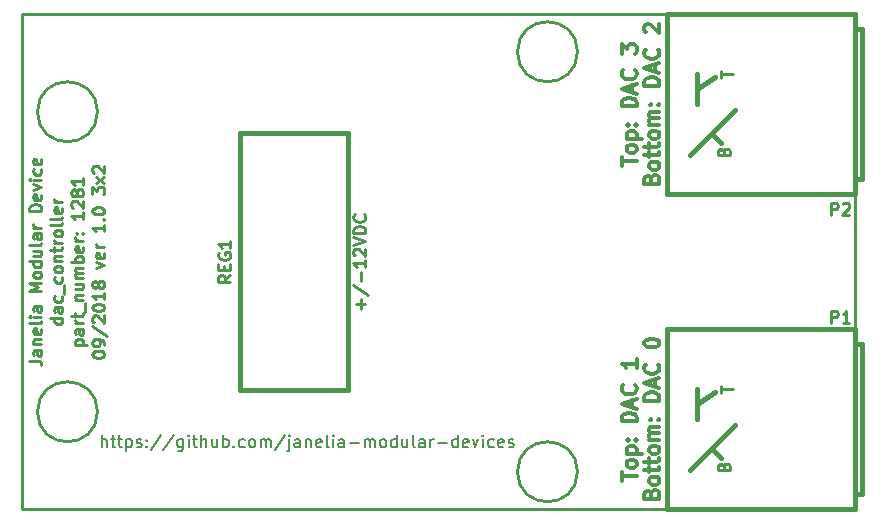
<source format=gto>
G04 #@! TF.GenerationSoftware,KiCad,Pcbnew,6.0.0-rc1-unknown-d4e4359~66~ubuntu18.04.1*
G04 #@! TF.CreationDate,2018-09-17T12:26:01-04:00*
G04 #@! TF.ProjectId,dac_controller_3x2,6461635F636F6E74726F6C6C65725F33,1.0*
G04 #@! TF.SameCoordinates,Original*
G04 #@! TF.FileFunction,Legend,Top*
G04 #@! TF.FilePolarity,Positive*
%FSLAX46Y46*%
G04 Gerber Fmt 4.6, Leading zero omitted, Abs format (unit mm)*
G04 Created by KiCad (PCBNEW 6.0.0-rc1-unknown-d4e4359~66~ubuntu18.04.1) date Mon Sep 17 12:26:01 2018*
%MOMM*%
%LPD*%
G01*
G04 APERTURE LIST*
%ADD10C,0.254000*%
%ADD11C,0.228600*%
%ADD12C,0.190500*%
%ADD13C,0.381000*%
%ADD14C,0.317500*%
%ADD15C,3.556000*%
%ADD16O,1.854200X2.540000*%
%ADD17R,1.854200X2.540000*%
%ADD18O,5.080000X3.048000*%
%ADD19O,2.032000X1.524000*%
%ADD20O,1.524000X2.032000*%
%ADD21O,2.540000X1.524000*%
%ADD22R,2.540000X1.524000*%
G04 APERTURE END LIST*
D10*
X114372571Y-92867238D02*
X114372571Y-92093142D01*
X114759619Y-92480190D02*
X113985523Y-92480190D01*
X113695238Y-90883619D02*
X115001523Y-91754476D01*
X114372571Y-90544952D02*
X114372571Y-89770857D01*
X114759619Y-88754857D02*
X114759619Y-89335428D01*
X114759619Y-89045142D02*
X113743619Y-89045142D01*
X113888761Y-89141904D01*
X113985523Y-89238666D01*
X114033904Y-89335428D01*
X113840380Y-88367809D02*
X113792000Y-88319428D01*
X113743619Y-88222666D01*
X113743619Y-87980761D01*
X113792000Y-87884000D01*
X113840380Y-87835619D01*
X113937142Y-87787238D01*
X114033904Y-87787238D01*
X114179047Y-87835619D01*
X114759619Y-88416190D01*
X114759619Y-87787238D01*
X113743619Y-87496952D02*
X114759619Y-87158285D01*
X113743619Y-86819619D01*
X114759619Y-86480952D02*
X113743619Y-86480952D01*
X113743619Y-86239047D01*
X113792000Y-86093904D01*
X113888761Y-85997142D01*
X113985523Y-85948761D01*
X114179047Y-85900380D01*
X114324190Y-85900380D01*
X114517714Y-85948761D01*
X114614476Y-85997142D01*
X114711238Y-86093904D01*
X114759619Y-86239047D01*
X114759619Y-86480952D01*
X114662857Y-84884380D02*
X114711238Y-84932761D01*
X114759619Y-85077904D01*
X114759619Y-85174666D01*
X114711238Y-85319809D01*
X114614476Y-85416571D01*
X114517714Y-85464952D01*
X114324190Y-85513333D01*
X114179047Y-85513333D01*
X113985523Y-85464952D01*
X113888761Y-85416571D01*
X113792000Y-85319809D01*
X113743619Y-85174666D01*
X113743619Y-85077904D01*
X113792000Y-84932761D01*
X113840380Y-84884380D01*
D11*
X156210000Y-67945000D02*
X85725000Y-67945000D01*
X156210000Y-109855000D02*
X156210000Y-67945000D01*
X85725000Y-109855000D02*
X156210000Y-109855000D01*
X85725000Y-67945000D02*
X85725000Y-109855000D01*
D12*
X92437857Y-104599619D02*
X92437857Y-103583619D01*
X92873285Y-104599619D02*
X92873285Y-104067428D01*
X92824904Y-103970666D01*
X92728142Y-103922285D01*
X92583000Y-103922285D01*
X92486238Y-103970666D01*
X92437857Y-104019047D01*
X93211952Y-103922285D02*
X93599000Y-103922285D01*
X93357095Y-103583619D02*
X93357095Y-104454476D01*
X93405476Y-104551238D01*
X93502238Y-104599619D01*
X93599000Y-104599619D01*
X93792523Y-103922285D02*
X94179571Y-103922285D01*
X93937666Y-103583619D02*
X93937666Y-104454476D01*
X93986047Y-104551238D01*
X94082809Y-104599619D01*
X94179571Y-104599619D01*
X94518238Y-103922285D02*
X94518238Y-104938285D01*
X94518238Y-103970666D02*
X94615000Y-103922285D01*
X94808523Y-103922285D01*
X94905285Y-103970666D01*
X94953666Y-104019047D01*
X95002047Y-104115809D01*
X95002047Y-104406095D01*
X94953666Y-104502857D01*
X94905285Y-104551238D01*
X94808523Y-104599619D01*
X94615000Y-104599619D01*
X94518238Y-104551238D01*
X95389095Y-104551238D02*
X95485857Y-104599619D01*
X95679380Y-104599619D01*
X95776142Y-104551238D01*
X95824523Y-104454476D01*
X95824523Y-104406095D01*
X95776142Y-104309333D01*
X95679380Y-104260952D01*
X95534238Y-104260952D01*
X95437476Y-104212571D01*
X95389095Y-104115809D01*
X95389095Y-104067428D01*
X95437476Y-103970666D01*
X95534238Y-103922285D01*
X95679380Y-103922285D01*
X95776142Y-103970666D01*
X96259952Y-104502857D02*
X96308333Y-104551238D01*
X96259952Y-104599619D01*
X96211571Y-104551238D01*
X96259952Y-104502857D01*
X96259952Y-104599619D01*
X96259952Y-103970666D02*
X96308333Y-104019047D01*
X96259952Y-104067428D01*
X96211571Y-104019047D01*
X96259952Y-103970666D01*
X96259952Y-104067428D01*
X97469476Y-103535238D02*
X96598619Y-104841523D01*
X98533857Y-103535238D02*
X97663000Y-104841523D01*
X99307952Y-103922285D02*
X99307952Y-104744761D01*
X99259571Y-104841523D01*
X99211190Y-104889904D01*
X99114428Y-104938285D01*
X98969285Y-104938285D01*
X98872523Y-104889904D01*
X99307952Y-104551238D02*
X99211190Y-104599619D01*
X99017666Y-104599619D01*
X98920904Y-104551238D01*
X98872523Y-104502857D01*
X98824142Y-104406095D01*
X98824142Y-104115809D01*
X98872523Y-104019047D01*
X98920904Y-103970666D01*
X99017666Y-103922285D01*
X99211190Y-103922285D01*
X99307952Y-103970666D01*
X99791761Y-104599619D02*
X99791761Y-103922285D01*
X99791761Y-103583619D02*
X99743380Y-103632000D01*
X99791761Y-103680380D01*
X99840142Y-103632000D01*
X99791761Y-103583619D01*
X99791761Y-103680380D01*
X100130428Y-103922285D02*
X100517476Y-103922285D01*
X100275571Y-103583619D02*
X100275571Y-104454476D01*
X100323952Y-104551238D01*
X100420714Y-104599619D01*
X100517476Y-104599619D01*
X100856142Y-104599619D02*
X100856142Y-103583619D01*
X101291571Y-104599619D02*
X101291571Y-104067428D01*
X101243190Y-103970666D01*
X101146428Y-103922285D01*
X101001285Y-103922285D01*
X100904523Y-103970666D01*
X100856142Y-104019047D01*
X102210809Y-103922285D02*
X102210809Y-104599619D01*
X101775380Y-103922285D02*
X101775380Y-104454476D01*
X101823761Y-104551238D01*
X101920523Y-104599619D01*
X102065666Y-104599619D01*
X102162428Y-104551238D01*
X102210809Y-104502857D01*
X102694619Y-104599619D02*
X102694619Y-103583619D01*
X102694619Y-103970666D02*
X102791380Y-103922285D01*
X102984904Y-103922285D01*
X103081666Y-103970666D01*
X103130047Y-104019047D01*
X103178428Y-104115809D01*
X103178428Y-104406095D01*
X103130047Y-104502857D01*
X103081666Y-104551238D01*
X102984904Y-104599619D01*
X102791380Y-104599619D01*
X102694619Y-104551238D01*
X103613857Y-104502857D02*
X103662238Y-104551238D01*
X103613857Y-104599619D01*
X103565476Y-104551238D01*
X103613857Y-104502857D01*
X103613857Y-104599619D01*
X104533095Y-104551238D02*
X104436333Y-104599619D01*
X104242809Y-104599619D01*
X104146047Y-104551238D01*
X104097666Y-104502857D01*
X104049285Y-104406095D01*
X104049285Y-104115809D01*
X104097666Y-104019047D01*
X104146047Y-103970666D01*
X104242809Y-103922285D01*
X104436333Y-103922285D01*
X104533095Y-103970666D01*
X105113666Y-104599619D02*
X105016904Y-104551238D01*
X104968523Y-104502857D01*
X104920142Y-104406095D01*
X104920142Y-104115809D01*
X104968523Y-104019047D01*
X105016904Y-103970666D01*
X105113666Y-103922285D01*
X105258809Y-103922285D01*
X105355571Y-103970666D01*
X105403952Y-104019047D01*
X105452333Y-104115809D01*
X105452333Y-104406095D01*
X105403952Y-104502857D01*
X105355571Y-104551238D01*
X105258809Y-104599619D01*
X105113666Y-104599619D01*
X105887761Y-104599619D02*
X105887761Y-103922285D01*
X105887761Y-104019047D02*
X105936142Y-103970666D01*
X106032904Y-103922285D01*
X106178047Y-103922285D01*
X106274809Y-103970666D01*
X106323190Y-104067428D01*
X106323190Y-104599619D01*
X106323190Y-104067428D02*
X106371571Y-103970666D01*
X106468333Y-103922285D01*
X106613476Y-103922285D01*
X106710238Y-103970666D01*
X106758619Y-104067428D01*
X106758619Y-104599619D01*
X107968142Y-103535238D02*
X107097285Y-104841523D01*
X108306809Y-103922285D02*
X108306809Y-104793142D01*
X108258428Y-104889904D01*
X108161666Y-104938285D01*
X108113285Y-104938285D01*
X108306809Y-103583619D02*
X108258428Y-103632000D01*
X108306809Y-103680380D01*
X108355190Y-103632000D01*
X108306809Y-103583619D01*
X108306809Y-103680380D01*
X109226047Y-104599619D02*
X109226047Y-104067428D01*
X109177666Y-103970666D01*
X109080904Y-103922285D01*
X108887380Y-103922285D01*
X108790619Y-103970666D01*
X109226047Y-104551238D02*
X109129285Y-104599619D01*
X108887380Y-104599619D01*
X108790619Y-104551238D01*
X108742238Y-104454476D01*
X108742238Y-104357714D01*
X108790619Y-104260952D01*
X108887380Y-104212571D01*
X109129285Y-104212571D01*
X109226047Y-104164190D01*
X109709857Y-103922285D02*
X109709857Y-104599619D01*
X109709857Y-104019047D02*
X109758238Y-103970666D01*
X109855000Y-103922285D01*
X110000142Y-103922285D01*
X110096904Y-103970666D01*
X110145285Y-104067428D01*
X110145285Y-104599619D01*
X111016142Y-104551238D02*
X110919380Y-104599619D01*
X110725857Y-104599619D01*
X110629095Y-104551238D01*
X110580714Y-104454476D01*
X110580714Y-104067428D01*
X110629095Y-103970666D01*
X110725857Y-103922285D01*
X110919380Y-103922285D01*
X111016142Y-103970666D01*
X111064523Y-104067428D01*
X111064523Y-104164190D01*
X110580714Y-104260952D01*
X111645095Y-104599619D02*
X111548333Y-104551238D01*
X111499952Y-104454476D01*
X111499952Y-103583619D01*
X112032142Y-104599619D02*
X112032142Y-103922285D01*
X112032142Y-103583619D02*
X111983761Y-103632000D01*
X112032142Y-103680380D01*
X112080523Y-103632000D01*
X112032142Y-103583619D01*
X112032142Y-103680380D01*
X112951380Y-104599619D02*
X112951380Y-104067428D01*
X112903000Y-103970666D01*
X112806238Y-103922285D01*
X112612714Y-103922285D01*
X112515952Y-103970666D01*
X112951380Y-104551238D02*
X112854619Y-104599619D01*
X112612714Y-104599619D01*
X112515952Y-104551238D01*
X112467571Y-104454476D01*
X112467571Y-104357714D01*
X112515952Y-104260952D01*
X112612714Y-104212571D01*
X112854619Y-104212571D01*
X112951380Y-104164190D01*
X113435190Y-104212571D02*
X114209285Y-104212571D01*
X114693095Y-104599619D02*
X114693095Y-103922285D01*
X114693095Y-104019047D02*
X114741476Y-103970666D01*
X114838238Y-103922285D01*
X114983380Y-103922285D01*
X115080142Y-103970666D01*
X115128523Y-104067428D01*
X115128523Y-104599619D01*
X115128523Y-104067428D02*
X115176904Y-103970666D01*
X115273666Y-103922285D01*
X115418809Y-103922285D01*
X115515571Y-103970666D01*
X115563952Y-104067428D01*
X115563952Y-104599619D01*
X116192904Y-104599619D02*
X116096142Y-104551238D01*
X116047761Y-104502857D01*
X115999380Y-104406095D01*
X115999380Y-104115809D01*
X116047761Y-104019047D01*
X116096142Y-103970666D01*
X116192904Y-103922285D01*
X116338047Y-103922285D01*
X116434809Y-103970666D01*
X116483190Y-104019047D01*
X116531571Y-104115809D01*
X116531571Y-104406095D01*
X116483190Y-104502857D01*
X116434809Y-104551238D01*
X116338047Y-104599619D01*
X116192904Y-104599619D01*
X117402428Y-104599619D02*
X117402428Y-103583619D01*
X117402428Y-104551238D02*
X117305666Y-104599619D01*
X117112142Y-104599619D01*
X117015380Y-104551238D01*
X116967000Y-104502857D01*
X116918619Y-104406095D01*
X116918619Y-104115809D01*
X116967000Y-104019047D01*
X117015380Y-103970666D01*
X117112142Y-103922285D01*
X117305666Y-103922285D01*
X117402428Y-103970666D01*
X118321666Y-103922285D02*
X118321666Y-104599619D01*
X117886238Y-103922285D02*
X117886238Y-104454476D01*
X117934619Y-104551238D01*
X118031380Y-104599619D01*
X118176523Y-104599619D01*
X118273285Y-104551238D01*
X118321666Y-104502857D01*
X118950619Y-104599619D02*
X118853857Y-104551238D01*
X118805476Y-104454476D01*
X118805476Y-103583619D01*
X119773095Y-104599619D02*
X119773095Y-104067428D01*
X119724714Y-103970666D01*
X119627952Y-103922285D01*
X119434428Y-103922285D01*
X119337666Y-103970666D01*
X119773095Y-104551238D02*
X119676333Y-104599619D01*
X119434428Y-104599619D01*
X119337666Y-104551238D01*
X119289285Y-104454476D01*
X119289285Y-104357714D01*
X119337666Y-104260952D01*
X119434428Y-104212571D01*
X119676333Y-104212571D01*
X119773095Y-104164190D01*
X120256904Y-104599619D02*
X120256904Y-103922285D01*
X120256904Y-104115809D02*
X120305285Y-104019047D01*
X120353666Y-103970666D01*
X120450428Y-103922285D01*
X120547190Y-103922285D01*
X120885857Y-104212571D02*
X121659952Y-104212571D01*
X122579190Y-104599619D02*
X122579190Y-103583619D01*
X122579190Y-104551238D02*
X122482428Y-104599619D01*
X122288904Y-104599619D01*
X122192142Y-104551238D01*
X122143761Y-104502857D01*
X122095380Y-104406095D01*
X122095380Y-104115809D01*
X122143761Y-104019047D01*
X122192142Y-103970666D01*
X122288904Y-103922285D01*
X122482428Y-103922285D01*
X122579190Y-103970666D01*
X123450047Y-104551238D02*
X123353285Y-104599619D01*
X123159761Y-104599619D01*
X123063000Y-104551238D01*
X123014619Y-104454476D01*
X123014619Y-104067428D01*
X123063000Y-103970666D01*
X123159761Y-103922285D01*
X123353285Y-103922285D01*
X123450047Y-103970666D01*
X123498428Y-104067428D01*
X123498428Y-104164190D01*
X123014619Y-104260952D01*
X123837095Y-103922285D02*
X124079000Y-104599619D01*
X124320904Y-103922285D01*
X124707952Y-104599619D02*
X124707952Y-103922285D01*
X124707952Y-103583619D02*
X124659571Y-103632000D01*
X124707952Y-103680380D01*
X124756333Y-103632000D01*
X124707952Y-103583619D01*
X124707952Y-103680380D01*
X125627190Y-104551238D02*
X125530428Y-104599619D01*
X125336904Y-104599619D01*
X125240142Y-104551238D01*
X125191761Y-104502857D01*
X125143380Y-104406095D01*
X125143380Y-104115809D01*
X125191761Y-104019047D01*
X125240142Y-103970666D01*
X125336904Y-103922285D01*
X125530428Y-103922285D01*
X125627190Y-103970666D01*
X126449666Y-104551238D02*
X126352904Y-104599619D01*
X126159380Y-104599619D01*
X126062619Y-104551238D01*
X126014238Y-104454476D01*
X126014238Y-104067428D01*
X126062619Y-103970666D01*
X126159380Y-103922285D01*
X126352904Y-103922285D01*
X126449666Y-103970666D01*
X126498047Y-104067428D01*
X126498047Y-104164190D01*
X126014238Y-104260952D01*
X126885095Y-104551238D02*
X126981857Y-104599619D01*
X127175380Y-104599619D01*
X127272142Y-104551238D01*
X127320523Y-104454476D01*
X127320523Y-104406095D01*
X127272142Y-104309333D01*
X127175380Y-104260952D01*
X127030238Y-104260952D01*
X126933476Y-104212571D01*
X126885095Y-104115809D01*
X126885095Y-104067428D01*
X126933476Y-103970666D01*
X127030238Y-103922285D01*
X127175380Y-103922285D01*
X127272142Y-103970666D01*
D10*
X86311619Y-97294095D02*
X87037333Y-97294095D01*
X87182476Y-97342476D01*
X87279238Y-97439238D01*
X87327619Y-97584380D01*
X87327619Y-97681142D01*
X87327619Y-96374857D02*
X86795428Y-96374857D01*
X86698666Y-96423238D01*
X86650285Y-96520000D01*
X86650285Y-96713523D01*
X86698666Y-96810285D01*
X87279238Y-96374857D02*
X87327619Y-96471619D01*
X87327619Y-96713523D01*
X87279238Y-96810285D01*
X87182476Y-96858666D01*
X87085714Y-96858666D01*
X86988952Y-96810285D01*
X86940571Y-96713523D01*
X86940571Y-96471619D01*
X86892190Y-96374857D01*
X86650285Y-95891047D02*
X87327619Y-95891047D01*
X86747047Y-95891047D02*
X86698666Y-95842666D01*
X86650285Y-95745904D01*
X86650285Y-95600761D01*
X86698666Y-95504000D01*
X86795428Y-95455619D01*
X87327619Y-95455619D01*
X87279238Y-94584761D02*
X87327619Y-94681523D01*
X87327619Y-94875047D01*
X87279238Y-94971809D01*
X87182476Y-95020190D01*
X86795428Y-95020190D01*
X86698666Y-94971809D01*
X86650285Y-94875047D01*
X86650285Y-94681523D01*
X86698666Y-94584761D01*
X86795428Y-94536380D01*
X86892190Y-94536380D01*
X86988952Y-95020190D01*
X87327619Y-93955809D02*
X87279238Y-94052571D01*
X87182476Y-94100952D01*
X86311619Y-94100952D01*
X87327619Y-93568761D02*
X86650285Y-93568761D01*
X86311619Y-93568761D02*
X86360000Y-93617142D01*
X86408380Y-93568761D01*
X86360000Y-93520380D01*
X86311619Y-93568761D01*
X86408380Y-93568761D01*
X87327619Y-92649523D02*
X86795428Y-92649523D01*
X86698666Y-92697904D01*
X86650285Y-92794666D01*
X86650285Y-92988190D01*
X86698666Y-93084952D01*
X87279238Y-92649523D02*
X87327619Y-92746285D01*
X87327619Y-92988190D01*
X87279238Y-93084952D01*
X87182476Y-93133333D01*
X87085714Y-93133333D01*
X86988952Y-93084952D01*
X86940571Y-92988190D01*
X86940571Y-92746285D01*
X86892190Y-92649523D01*
X87327619Y-91391619D02*
X86311619Y-91391619D01*
X87037333Y-91052952D01*
X86311619Y-90714285D01*
X87327619Y-90714285D01*
X87327619Y-90085333D02*
X87279238Y-90182095D01*
X87230857Y-90230476D01*
X87134095Y-90278857D01*
X86843809Y-90278857D01*
X86747047Y-90230476D01*
X86698666Y-90182095D01*
X86650285Y-90085333D01*
X86650285Y-89940190D01*
X86698666Y-89843428D01*
X86747047Y-89795047D01*
X86843809Y-89746666D01*
X87134095Y-89746666D01*
X87230857Y-89795047D01*
X87279238Y-89843428D01*
X87327619Y-89940190D01*
X87327619Y-90085333D01*
X87327619Y-88875809D02*
X86311619Y-88875809D01*
X87279238Y-88875809D02*
X87327619Y-88972571D01*
X87327619Y-89166095D01*
X87279238Y-89262857D01*
X87230857Y-89311238D01*
X87134095Y-89359619D01*
X86843809Y-89359619D01*
X86747047Y-89311238D01*
X86698666Y-89262857D01*
X86650285Y-89166095D01*
X86650285Y-88972571D01*
X86698666Y-88875809D01*
X86650285Y-87956571D02*
X87327619Y-87956571D01*
X86650285Y-88392000D02*
X87182476Y-88392000D01*
X87279238Y-88343619D01*
X87327619Y-88246857D01*
X87327619Y-88101714D01*
X87279238Y-88004952D01*
X87230857Y-87956571D01*
X87327619Y-87327619D02*
X87279238Y-87424380D01*
X87182476Y-87472761D01*
X86311619Y-87472761D01*
X87327619Y-86505142D02*
X86795428Y-86505142D01*
X86698666Y-86553523D01*
X86650285Y-86650285D01*
X86650285Y-86843809D01*
X86698666Y-86940571D01*
X87279238Y-86505142D02*
X87327619Y-86601904D01*
X87327619Y-86843809D01*
X87279238Y-86940571D01*
X87182476Y-86988952D01*
X87085714Y-86988952D01*
X86988952Y-86940571D01*
X86940571Y-86843809D01*
X86940571Y-86601904D01*
X86892190Y-86505142D01*
X87327619Y-86021333D02*
X86650285Y-86021333D01*
X86843809Y-86021333D02*
X86747047Y-85972952D01*
X86698666Y-85924571D01*
X86650285Y-85827809D01*
X86650285Y-85731047D01*
X87327619Y-84618285D02*
X86311619Y-84618285D01*
X86311619Y-84376380D01*
X86360000Y-84231238D01*
X86456761Y-84134476D01*
X86553523Y-84086095D01*
X86747047Y-84037714D01*
X86892190Y-84037714D01*
X87085714Y-84086095D01*
X87182476Y-84134476D01*
X87279238Y-84231238D01*
X87327619Y-84376380D01*
X87327619Y-84618285D01*
X87279238Y-83215238D02*
X87327619Y-83312000D01*
X87327619Y-83505523D01*
X87279238Y-83602285D01*
X87182476Y-83650666D01*
X86795428Y-83650666D01*
X86698666Y-83602285D01*
X86650285Y-83505523D01*
X86650285Y-83312000D01*
X86698666Y-83215238D01*
X86795428Y-83166857D01*
X86892190Y-83166857D01*
X86988952Y-83650666D01*
X86650285Y-82828190D02*
X87327619Y-82586285D01*
X86650285Y-82344380D01*
X87327619Y-81957333D02*
X86650285Y-81957333D01*
X86311619Y-81957333D02*
X86360000Y-82005714D01*
X86408380Y-81957333D01*
X86360000Y-81908952D01*
X86311619Y-81957333D01*
X86408380Y-81957333D01*
X87279238Y-81038095D02*
X87327619Y-81134857D01*
X87327619Y-81328380D01*
X87279238Y-81425142D01*
X87230857Y-81473523D01*
X87134095Y-81521904D01*
X86843809Y-81521904D01*
X86747047Y-81473523D01*
X86698666Y-81425142D01*
X86650285Y-81328380D01*
X86650285Y-81134857D01*
X86698666Y-81038095D01*
X87279238Y-80215619D02*
X87327619Y-80312380D01*
X87327619Y-80505904D01*
X87279238Y-80602666D01*
X87182476Y-80651047D01*
X86795428Y-80651047D01*
X86698666Y-80602666D01*
X86650285Y-80505904D01*
X86650285Y-80312380D01*
X86698666Y-80215619D01*
X86795428Y-80167238D01*
X86892190Y-80167238D01*
X86988952Y-80651047D01*
X89105619Y-93665523D02*
X88089619Y-93665523D01*
X89057238Y-93665523D02*
X89105619Y-93762285D01*
X89105619Y-93955809D01*
X89057238Y-94052571D01*
X89008857Y-94100952D01*
X88912095Y-94149333D01*
X88621809Y-94149333D01*
X88525047Y-94100952D01*
X88476666Y-94052571D01*
X88428285Y-93955809D01*
X88428285Y-93762285D01*
X88476666Y-93665523D01*
X89105619Y-92746285D02*
X88573428Y-92746285D01*
X88476666Y-92794666D01*
X88428285Y-92891428D01*
X88428285Y-93084952D01*
X88476666Y-93181714D01*
X89057238Y-92746285D02*
X89105619Y-92843047D01*
X89105619Y-93084952D01*
X89057238Y-93181714D01*
X88960476Y-93230095D01*
X88863714Y-93230095D01*
X88766952Y-93181714D01*
X88718571Y-93084952D01*
X88718571Y-92843047D01*
X88670190Y-92746285D01*
X89057238Y-91827047D02*
X89105619Y-91923809D01*
X89105619Y-92117333D01*
X89057238Y-92214095D01*
X89008857Y-92262476D01*
X88912095Y-92310857D01*
X88621809Y-92310857D01*
X88525047Y-92262476D01*
X88476666Y-92214095D01*
X88428285Y-92117333D01*
X88428285Y-91923809D01*
X88476666Y-91827047D01*
X89202380Y-91633523D02*
X89202380Y-90859428D01*
X89057238Y-90182095D02*
X89105619Y-90278857D01*
X89105619Y-90472380D01*
X89057238Y-90569142D01*
X89008857Y-90617523D01*
X88912095Y-90665904D01*
X88621809Y-90665904D01*
X88525047Y-90617523D01*
X88476666Y-90569142D01*
X88428285Y-90472380D01*
X88428285Y-90278857D01*
X88476666Y-90182095D01*
X89105619Y-89601523D02*
X89057238Y-89698285D01*
X89008857Y-89746666D01*
X88912095Y-89795047D01*
X88621809Y-89795047D01*
X88525047Y-89746666D01*
X88476666Y-89698285D01*
X88428285Y-89601523D01*
X88428285Y-89456380D01*
X88476666Y-89359619D01*
X88525047Y-89311238D01*
X88621809Y-89262857D01*
X88912095Y-89262857D01*
X89008857Y-89311238D01*
X89057238Y-89359619D01*
X89105619Y-89456380D01*
X89105619Y-89601523D01*
X88428285Y-88827428D02*
X89105619Y-88827428D01*
X88525047Y-88827428D02*
X88476666Y-88779047D01*
X88428285Y-88682285D01*
X88428285Y-88537142D01*
X88476666Y-88440380D01*
X88573428Y-88392000D01*
X89105619Y-88392000D01*
X88428285Y-88053333D02*
X88428285Y-87666285D01*
X88089619Y-87908190D02*
X88960476Y-87908190D01*
X89057238Y-87859809D01*
X89105619Y-87763047D01*
X89105619Y-87666285D01*
X89105619Y-87327619D02*
X88428285Y-87327619D01*
X88621809Y-87327619D02*
X88525047Y-87279238D01*
X88476666Y-87230857D01*
X88428285Y-87134095D01*
X88428285Y-87037333D01*
X89105619Y-86553523D02*
X89057238Y-86650285D01*
X89008857Y-86698666D01*
X88912095Y-86747047D01*
X88621809Y-86747047D01*
X88525047Y-86698666D01*
X88476666Y-86650285D01*
X88428285Y-86553523D01*
X88428285Y-86408380D01*
X88476666Y-86311619D01*
X88525047Y-86263238D01*
X88621809Y-86214857D01*
X88912095Y-86214857D01*
X89008857Y-86263238D01*
X89057238Y-86311619D01*
X89105619Y-86408380D01*
X89105619Y-86553523D01*
X89105619Y-85634285D02*
X89057238Y-85731047D01*
X88960476Y-85779428D01*
X88089619Y-85779428D01*
X89105619Y-85102095D02*
X89057238Y-85198857D01*
X88960476Y-85247238D01*
X88089619Y-85247238D01*
X89057238Y-84328000D02*
X89105619Y-84424761D01*
X89105619Y-84618285D01*
X89057238Y-84715047D01*
X88960476Y-84763428D01*
X88573428Y-84763428D01*
X88476666Y-84715047D01*
X88428285Y-84618285D01*
X88428285Y-84424761D01*
X88476666Y-84328000D01*
X88573428Y-84279619D01*
X88670190Y-84279619D01*
X88766952Y-84763428D01*
X89105619Y-83844190D02*
X88428285Y-83844190D01*
X88621809Y-83844190D02*
X88525047Y-83795809D01*
X88476666Y-83747428D01*
X88428285Y-83650666D01*
X88428285Y-83553904D01*
X90206285Y-95939428D02*
X91222285Y-95939428D01*
X90254666Y-95939428D02*
X90206285Y-95842666D01*
X90206285Y-95649142D01*
X90254666Y-95552380D01*
X90303047Y-95504000D01*
X90399809Y-95455619D01*
X90690095Y-95455619D01*
X90786857Y-95504000D01*
X90835238Y-95552380D01*
X90883619Y-95649142D01*
X90883619Y-95842666D01*
X90835238Y-95939428D01*
X90883619Y-94584761D02*
X90351428Y-94584761D01*
X90254666Y-94633142D01*
X90206285Y-94729904D01*
X90206285Y-94923428D01*
X90254666Y-95020190D01*
X90835238Y-94584761D02*
X90883619Y-94681523D01*
X90883619Y-94923428D01*
X90835238Y-95020190D01*
X90738476Y-95068571D01*
X90641714Y-95068571D01*
X90544952Y-95020190D01*
X90496571Y-94923428D01*
X90496571Y-94681523D01*
X90448190Y-94584761D01*
X90883619Y-94100952D02*
X90206285Y-94100952D01*
X90399809Y-94100952D02*
X90303047Y-94052571D01*
X90254666Y-94004190D01*
X90206285Y-93907428D01*
X90206285Y-93810666D01*
X90206285Y-93617142D02*
X90206285Y-93230095D01*
X89867619Y-93472000D02*
X90738476Y-93472000D01*
X90835238Y-93423619D01*
X90883619Y-93326857D01*
X90883619Y-93230095D01*
X90980380Y-93133333D02*
X90980380Y-92359238D01*
X90206285Y-92117333D02*
X90883619Y-92117333D01*
X90303047Y-92117333D02*
X90254666Y-92068952D01*
X90206285Y-91972190D01*
X90206285Y-91827047D01*
X90254666Y-91730285D01*
X90351428Y-91681904D01*
X90883619Y-91681904D01*
X90206285Y-90762666D02*
X90883619Y-90762666D01*
X90206285Y-91198095D02*
X90738476Y-91198095D01*
X90835238Y-91149714D01*
X90883619Y-91052952D01*
X90883619Y-90907809D01*
X90835238Y-90811047D01*
X90786857Y-90762666D01*
X90883619Y-90278857D02*
X90206285Y-90278857D01*
X90303047Y-90278857D02*
X90254666Y-90230476D01*
X90206285Y-90133714D01*
X90206285Y-89988571D01*
X90254666Y-89891809D01*
X90351428Y-89843428D01*
X90883619Y-89843428D01*
X90351428Y-89843428D02*
X90254666Y-89795047D01*
X90206285Y-89698285D01*
X90206285Y-89553142D01*
X90254666Y-89456380D01*
X90351428Y-89408000D01*
X90883619Y-89408000D01*
X90883619Y-88924190D02*
X89867619Y-88924190D01*
X90254666Y-88924190D02*
X90206285Y-88827428D01*
X90206285Y-88633904D01*
X90254666Y-88537142D01*
X90303047Y-88488761D01*
X90399809Y-88440380D01*
X90690095Y-88440380D01*
X90786857Y-88488761D01*
X90835238Y-88537142D01*
X90883619Y-88633904D01*
X90883619Y-88827428D01*
X90835238Y-88924190D01*
X90835238Y-87617904D02*
X90883619Y-87714666D01*
X90883619Y-87908190D01*
X90835238Y-88004952D01*
X90738476Y-88053333D01*
X90351428Y-88053333D01*
X90254666Y-88004952D01*
X90206285Y-87908190D01*
X90206285Y-87714666D01*
X90254666Y-87617904D01*
X90351428Y-87569523D01*
X90448190Y-87569523D01*
X90544952Y-88053333D01*
X90883619Y-87134095D02*
X90206285Y-87134095D01*
X90399809Y-87134095D02*
X90303047Y-87085714D01*
X90254666Y-87037333D01*
X90206285Y-86940571D01*
X90206285Y-86843809D01*
X90786857Y-86505142D02*
X90835238Y-86456761D01*
X90883619Y-86505142D01*
X90835238Y-86553523D01*
X90786857Y-86505142D01*
X90883619Y-86505142D01*
X90254666Y-86505142D02*
X90303047Y-86456761D01*
X90351428Y-86505142D01*
X90303047Y-86553523D01*
X90254666Y-86505142D01*
X90351428Y-86505142D01*
X90883619Y-84715047D02*
X90883619Y-85295619D01*
X90883619Y-85005333D02*
X89867619Y-85005333D01*
X90012761Y-85102095D01*
X90109523Y-85198857D01*
X90157904Y-85295619D01*
X89964380Y-84328000D02*
X89916000Y-84279619D01*
X89867619Y-84182857D01*
X89867619Y-83940952D01*
X89916000Y-83844190D01*
X89964380Y-83795809D01*
X90061142Y-83747428D01*
X90157904Y-83747428D01*
X90303047Y-83795809D01*
X90883619Y-84376380D01*
X90883619Y-83747428D01*
X90303047Y-83166857D02*
X90254666Y-83263619D01*
X90206285Y-83312000D01*
X90109523Y-83360380D01*
X90061142Y-83360380D01*
X89964380Y-83312000D01*
X89916000Y-83263619D01*
X89867619Y-83166857D01*
X89867619Y-82973333D01*
X89916000Y-82876571D01*
X89964380Y-82828190D01*
X90061142Y-82779809D01*
X90109523Y-82779809D01*
X90206285Y-82828190D01*
X90254666Y-82876571D01*
X90303047Y-82973333D01*
X90303047Y-83166857D01*
X90351428Y-83263619D01*
X90399809Y-83312000D01*
X90496571Y-83360380D01*
X90690095Y-83360380D01*
X90786857Y-83312000D01*
X90835238Y-83263619D01*
X90883619Y-83166857D01*
X90883619Y-82973333D01*
X90835238Y-82876571D01*
X90786857Y-82828190D01*
X90690095Y-82779809D01*
X90496571Y-82779809D01*
X90399809Y-82828190D01*
X90351428Y-82876571D01*
X90303047Y-82973333D01*
X90883619Y-81812190D02*
X90883619Y-82392761D01*
X90883619Y-82102476D02*
X89867619Y-82102476D01*
X90012761Y-82199238D01*
X90109523Y-82295999D01*
X90157904Y-82392761D01*
X91645619Y-96786095D02*
X91645619Y-96689333D01*
X91694000Y-96592571D01*
X91742380Y-96544190D01*
X91839142Y-96495809D01*
X92032666Y-96447428D01*
X92274571Y-96447428D01*
X92468095Y-96495809D01*
X92564857Y-96544190D01*
X92613238Y-96592571D01*
X92661619Y-96689333D01*
X92661619Y-96786095D01*
X92613238Y-96882857D01*
X92564857Y-96931238D01*
X92468095Y-96979619D01*
X92274571Y-97028000D01*
X92032666Y-97028000D01*
X91839142Y-96979619D01*
X91742380Y-96931238D01*
X91694000Y-96882857D01*
X91645619Y-96786095D01*
X92661619Y-95963619D02*
X92661619Y-95770095D01*
X92613238Y-95673333D01*
X92564857Y-95624952D01*
X92419714Y-95528190D01*
X92226190Y-95479809D01*
X91839142Y-95479809D01*
X91742380Y-95528190D01*
X91694000Y-95576571D01*
X91645619Y-95673333D01*
X91645619Y-95866857D01*
X91694000Y-95963619D01*
X91742380Y-96012000D01*
X91839142Y-96060380D01*
X92081047Y-96060380D01*
X92177809Y-96012000D01*
X92226190Y-95963619D01*
X92274571Y-95866857D01*
X92274571Y-95673333D01*
X92226190Y-95576571D01*
X92177809Y-95528190D01*
X92081047Y-95479809D01*
X91597238Y-94318666D02*
X92903523Y-95189523D01*
X91742380Y-94028380D02*
X91694000Y-93980000D01*
X91645619Y-93883238D01*
X91645619Y-93641333D01*
X91694000Y-93544571D01*
X91742380Y-93496190D01*
X91839142Y-93447809D01*
X91935904Y-93447809D01*
X92081047Y-93496190D01*
X92661619Y-94076761D01*
X92661619Y-93447809D01*
X91645619Y-92818857D02*
X91645619Y-92722095D01*
X91694000Y-92625333D01*
X91742380Y-92576952D01*
X91839142Y-92528571D01*
X92032666Y-92480190D01*
X92274571Y-92480190D01*
X92468095Y-92528571D01*
X92564857Y-92576952D01*
X92613238Y-92625333D01*
X92661619Y-92722095D01*
X92661619Y-92818857D01*
X92613238Y-92915619D01*
X92564857Y-92964000D01*
X92468095Y-93012380D01*
X92274571Y-93060761D01*
X92032666Y-93060761D01*
X91839142Y-93012380D01*
X91742380Y-92964000D01*
X91694000Y-92915619D01*
X91645619Y-92818857D01*
X92661619Y-91512571D02*
X92661619Y-92093142D01*
X92661619Y-91802857D02*
X91645619Y-91802857D01*
X91790761Y-91899619D01*
X91887523Y-91996380D01*
X91935904Y-92093142D01*
X92081047Y-90932000D02*
X92032666Y-91028761D01*
X91984285Y-91077142D01*
X91887523Y-91125523D01*
X91839142Y-91125523D01*
X91742380Y-91077142D01*
X91694000Y-91028761D01*
X91645619Y-90932000D01*
X91645619Y-90738476D01*
X91694000Y-90641714D01*
X91742380Y-90593333D01*
X91839142Y-90544952D01*
X91887523Y-90544952D01*
X91984285Y-90593333D01*
X92032666Y-90641714D01*
X92081047Y-90738476D01*
X92081047Y-90932000D01*
X92129428Y-91028761D01*
X92177809Y-91077142D01*
X92274571Y-91125523D01*
X92468095Y-91125523D01*
X92564857Y-91077142D01*
X92613238Y-91028761D01*
X92661619Y-90932000D01*
X92661619Y-90738476D01*
X92613238Y-90641714D01*
X92564857Y-90593333D01*
X92468095Y-90544952D01*
X92274571Y-90544952D01*
X92177809Y-90593333D01*
X92129428Y-90641714D01*
X92081047Y-90738476D01*
X91984285Y-89432190D02*
X92661619Y-89190285D01*
X91984285Y-88948380D01*
X92613238Y-88174285D02*
X92661619Y-88271047D01*
X92661619Y-88464571D01*
X92613238Y-88561333D01*
X92516476Y-88609714D01*
X92129428Y-88609714D01*
X92032666Y-88561333D01*
X91984285Y-88464571D01*
X91984285Y-88271047D01*
X92032666Y-88174285D01*
X92129428Y-88125904D01*
X92226190Y-88125904D01*
X92322952Y-88609714D01*
X92661619Y-87690476D02*
X91984285Y-87690476D01*
X92177809Y-87690476D02*
X92081047Y-87642095D01*
X92032666Y-87593714D01*
X91984285Y-87496952D01*
X91984285Y-87400190D01*
X92661619Y-85755238D02*
X92661619Y-86335809D01*
X92661619Y-86045523D02*
X91645619Y-86045523D01*
X91790761Y-86142285D01*
X91887523Y-86239047D01*
X91935904Y-86335809D01*
X92564857Y-85319809D02*
X92613238Y-85271428D01*
X92661619Y-85319809D01*
X92613238Y-85368190D01*
X92564857Y-85319809D01*
X92661619Y-85319809D01*
X91645619Y-84642476D02*
X91645619Y-84545714D01*
X91694000Y-84448952D01*
X91742380Y-84400571D01*
X91839142Y-84352190D01*
X92032666Y-84303809D01*
X92274571Y-84303809D01*
X92468095Y-84352190D01*
X92564857Y-84400571D01*
X92613238Y-84448952D01*
X92661619Y-84545714D01*
X92661619Y-84642476D01*
X92613238Y-84739238D01*
X92564857Y-84787619D01*
X92468095Y-84836000D01*
X92274571Y-84884380D01*
X92032666Y-84884380D01*
X91839142Y-84836000D01*
X91742380Y-84787619D01*
X91694000Y-84739238D01*
X91645619Y-84642476D01*
X91645619Y-83191047D02*
X91645619Y-82562095D01*
X92032666Y-82900761D01*
X92032666Y-82755619D01*
X92081047Y-82658857D01*
X92129428Y-82610476D01*
X92226190Y-82562095D01*
X92468095Y-82562095D01*
X92564857Y-82610476D01*
X92613238Y-82658857D01*
X92661619Y-82755619D01*
X92661619Y-83045904D01*
X92613238Y-83142666D01*
X92564857Y-83191047D01*
X92661619Y-82223428D02*
X91984285Y-81691238D01*
X91984285Y-82223428D02*
X92661619Y-81691238D01*
X91742380Y-81352571D02*
X91694000Y-81304190D01*
X91645619Y-81207428D01*
X91645619Y-80965523D01*
X91694000Y-80868761D01*
X91742380Y-80820380D01*
X91839142Y-80772000D01*
X91935904Y-80772000D01*
X92081047Y-80820380D01*
X92661619Y-81400952D01*
X92661619Y-80772000D01*
D11*
G04 #@! TO.C,MDB1*
X132715000Y-71120000D02*
G75*
G03X132715000Y-71120000I-2540000J0D01*
G01*
X132715000Y-106680000D02*
G75*
G03X132715000Y-106680000I-2540000J0D01*
G01*
X92075000Y-101600000D02*
G75*
G03X92075000Y-101600000I-2540000J0D01*
G01*
X92075000Y-76200000D02*
G75*
G03X92075000Y-76200000I-2540000J0D01*
G01*
D13*
G04 #@! TO.C,P1*
X144145000Y-104775000D02*
X144907000Y-105537000D01*
X142875000Y-100965000D02*
X144399000Y-99949000D01*
X156210000Y-95885000D02*
X156845000Y-95885000D01*
X156845000Y-95885000D02*
X156845000Y-108585000D01*
X156845000Y-108585000D02*
X156210000Y-108585000D01*
X156210000Y-94615000D02*
X140335000Y-94615000D01*
X140335000Y-94615000D02*
X140335000Y-109855000D01*
X140335000Y-109855000D02*
X156210000Y-109855000D01*
X156210000Y-109855000D02*
X156210000Y-94615000D01*
X142240000Y-106553000D02*
X146050000Y-102743000D01*
X142875000Y-102235000D02*
X142875000Y-99695000D01*
G04 #@! TO.C,P2*
X142875000Y-75565000D02*
X142875000Y-73025000D01*
X142240000Y-79883000D02*
X146050000Y-76073000D01*
X156210000Y-83185000D02*
X156210000Y-67945000D01*
X140335000Y-83185000D02*
X156210000Y-83185000D01*
X140335000Y-67945000D02*
X140335000Y-83185000D01*
X156210000Y-67945000D02*
X140335000Y-67945000D01*
X156845000Y-81915000D02*
X156210000Y-81915000D01*
X156845000Y-69215000D02*
X156845000Y-81915000D01*
X156210000Y-69215000D02*
X156845000Y-69215000D01*
X142875000Y-74295000D02*
X144399000Y-73279000D01*
X144145000Y-78105000D02*
X144907000Y-78867000D01*
G04 #@! TO.C,REG1*
X113315000Y-78000000D02*
X104115000Y-78000000D01*
X104115000Y-78000000D02*
X104115000Y-99800000D01*
X104115000Y-99800000D02*
X113315000Y-99800000D01*
X113315000Y-99800000D02*
X113315000Y-78000000D01*
G04 #@! TD*
G04 #@! TO.C,P1*
D10*
X154190095Y-94058619D02*
X154190095Y-93042619D01*
X154577142Y-93042619D01*
X154673904Y-93091000D01*
X154722285Y-93139380D01*
X154770666Y-93236142D01*
X154770666Y-93381285D01*
X154722285Y-93478047D01*
X154673904Y-93526428D01*
X154577142Y-93574809D01*
X154190095Y-93574809D01*
X155738285Y-94058619D02*
X155157714Y-94058619D01*
X155448000Y-94058619D02*
X155448000Y-93042619D01*
X155351238Y-93187761D01*
X155254476Y-93284523D01*
X155157714Y-93332904D01*
D14*
X136464523Y-107435952D02*
X136464523Y-106710238D01*
X137734523Y-107073095D02*
X136464523Y-107073095D01*
X137734523Y-106105476D02*
X137674047Y-106226428D01*
X137613571Y-106286904D01*
X137492619Y-106347380D01*
X137129761Y-106347380D01*
X137008809Y-106286904D01*
X136948333Y-106226428D01*
X136887857Y-106105476D01*
X136887857Y-105924047D01*
X136948333Y-105803095D01*
X137008809Y-105742619D01*
X137129761Y-105682142D01*
X137492619Y-105682142D01*
X137613571Y-105742619D01*
X137674047Y-105803095D01*
X137734523Y-105924047D01*
X137734523Y-106105476D01*
X136887857Y-105137857D02*
X138157857Y-105137857D01*
X136948333Y-105137857D02*
X136887857Y-105016904D01*
X136887857Y-104775000D01*
X136948333Y-104654047D01*
X137008809Y-104593571D01*
X137129761Y-104533095D01*
X137492619Y-104533095D01*
X137613571Y-104593571D01*
X137674047Y-104654047D01*
X137734523Y-104775000D01*
X137734523Y-105016904D01*
X137674047Y-105137857D01*
X137613571Y-103988809D02*
X137674047Y-103928333D01*
X137734523Y-103988809D01*
X137674047Y-104049285D01*
X137613571Y-103988809D01*
X137734523Y-103988809D01*
X136948333Y-103988809D02*
X137008809Y-103928333D01*
X137069285Y-103988809D01*
X137008809Y-104049285D01*
X136948333Y-103988809D01*
X137069285Y-103988809D01*
X137734523Y-102416428D02*
X136464523Y-102416428D01*
X136464523Y-102114047D01*
X136525000Y-101932619D01*
X136645952Y-101811666D01*
X136766904Y-101751190D01*
X137008809Y-101690714D01*
X137190238Y-101690714D01*
X137432142Y-101751190D01*
X137553095Y-101811666D01*
X137674047Y-101932619D01*
X137734523Y-102114047D01*
X137734523Y-102416428D01*
X137371666Y-101206904D02*
X137371666Y-100602142D01*
X137734523Y-101327857D02*
X136464523Y-100904523D01*
X137734523Y-100481190D01*
X137613571Y-99332142D02*
X137674047Y-99392619D01*
X137734523Y-99574047D01*
X137734523Y-99695000D01*
X137674047Y-99876428D01*
X137553095Y-99997380D01*
X137432142Y-100057857D01*
X137190238Y-100118333D01*
X137008809Y-100118333D01*
X136766904Y-100057857D01*
X136645952Y-99997380D01*
X136525000Y-99876428D01*
X136464523Y-99695000D01*
X136464523Y-99574047D01*
X136525000Y-99392619D01*
X136585476Y-99332142D01*
X137734523Y-97155000D02*
X137734523Y-97880714D01*
X137734523Y-97517857D02*
X136464523Y-97517857D01*
X136645952Y-97638809D01*
X136766904Y-97759761D01*
X136827380Y-97880714D01*
X138974285Y-108554761D02*
X139034761Y-108373333D01*
X139095238Y-108312857D01*
X139216190Y-108252380D01*
X139397619Y-108252380D01*
X139518571Y-108312857D01*
X139579047Y-108373333D01*
X139639523Y-108494285D01*
X139639523Y-108978095D01*
X138369523Y-108978095D01*
X138369523Y-108554761D01*
X138430000Y-108433809D01*
X138490476Y-108373333D01*
X138611428Y-108312857D01*
X138732380Y-108312857D01*
X138853333Y-108373333D01*
X138913809Y-108433809D01*
X138974285Y-108554761D01*
X138974285Y-108978095D01*
X139639523Y-107526666D02*
X139579047Y-107647619D01*
X139518571Y-107708095D01*
X139397619Y-107768571D01*
X139034761Y-107768571D01*
X138913809Y-107708095D01*
X138853333Y-107647619D01*
X138792857Y-107526666D01*
X138792857Y-107345238D01*
X138853333Y-107224285D01*
X138913809Y-107163809D01*
X139034761Y-107103333D01*
X139397619Y-107103333D01*
X139518571Y-107163809D01*
X139579047Y-107224285D01*
X139639523Y-107345238D01*
X139639523Y-107526666D01*
X138792857Y-106740476D02*
X138792857Y-106256666D01*
X138369523Y-106559047D02*
X139458095Y-106559047D01*
X139579047Y-106498571D01*
X139639523Y-106377619D01*
X139639523Y-106256666D01*
X138792857Y-106014761D02*
X138792857Y-105530952D01*
X138369523Y-105833333D02*
X139458095Y-105833333D01*
X139579047Y-105772857D01*
X139639523Y-105651904D01*
X139639523Y-105530952D01*
X139639523Y-104926190D02*
X139579047Y-105047142D01*
X139518571Y-105107619D01*
X139397619Y-105168095D01*
X139034761Y-105168095D01*
X138913809Y-105107619D01*
X138853333Y-105047142D01*
X138792857Y-104926190D01*
X138792857Y-104744761D01*
X138853333Y-104623809D01*
X138913809Y-104563333D01*
X139034761Y-104502857D01*
X139397619Y-104502857D01*
X139518571Y-104563333D01*
X139579047Y-104623809D01*
X139639523Y-104744761D01*
X139639523Y-104926190D01*
X139639523Y-103958571D02*
X138792857Y-103958571D01*
X138913809Y-103958571D02*
X138853333Y-103898095D01*
X138792857Y-103777142D01*
X138792857Y-103595714D01*
X138853333Y-103474761D01*
X138974285Y-103414285D01*
X139639523Y-103414285D01*
X138974285Y-103414285D02*
X138853333Y-103353809D01*
X138792857Y-103232857D01*
X138792857Y-103051428D01*
X138853333Y-102930476D01*
X138974285Y-102870000D01*
X139639523Y-102870000D01*
X139518571Y-102265238D02*
X139579047Y-102204761D01*
X139639523Y-102265238D01*
X139579047Y-102325714D01*
X139518571Y-102265238D01*
X139639523Y-102265238D01*
X138853333Y-102265238D02*
X138913809Y-102204761D01*
X138974285Y-102265238D01*
X138913809Y-102325714D01*
X138853333Y-102265238D01*
X138974285Y-102265238D01*
X139639523Y-100692857D02*
X138369523Y-100692857D01*
X138369523Y-100390476D01*
X138430000Y-100209047D01*
X138550952Y-100088095D01*
X138671904Y-100027619D01*
X138913809Y-99967142D01*
X139095238Y-99967142D01*
X139337142Y-100027619D01*
X139458095Y-100088095D01*
X139579047Y-100209047D01*
X139639523Y-100390476D01*
X139639523Y-100692857D01*
X139276666Y-99483333D02*
X139276666Y-98878571D01*
X139639523Y-99604285D02*
X138369523Y-99180952D01*
X139639523Y-98757619D01*
X139518571Y-97608571D02*
X139579047Y-97669047D01*
X139639523Y-97850476D01*
X139639523Y-97971428D01*
X139579047Y-98152857D01*
X139458095Y-98273809D01*
X139337142Y-98334285D01*
X139095238Y-98394761D01*
X138913809Y-98394761D01*
X138671904Y-98334285D01*
X138550952Y-98273809D01*
X138430000Y-98152857D01*
X138369523Y-97971428D01*
X138369523Y-97850476D01*
X138430000Y-97669047D01*
X138490476Y-97608571D01*
X138369523Y-95854761D02*
X138369523Y-95733809D01*
X138430000Y-95612857D01*
X138490476Y-95552380D01*
X138611428Y-95491904D01*
X138853333Y-95431428D01*
X139155714Y-95431428D01*
X139397619Y-95491904D01*
X139518571Y-95552380D01*
X139579047Y-95612857D01*
X139639523Y-95733809D01*
X139639523Y-95854761D01*
X139579047Y-95975714D01*
X139518571Y-96036190D01*
X139397619Y-96096666D01*
X139155714Y-96157142D01*
X138853333Y-96157142D01*
X138611428Y-96096666D01*
X138490476Y-96036190D01*
X138430000Y-95975714D01*
X138369523Y-95854761D01*
D10*
X145088428Y-106226428D02*
X145136809Y-106081285D01*
X145185190Y-106032904D01*
X145281952Y-105984523D01*
X145427095Y-105984523D01*
X145523857Y-106032904D01*
X145572238Y-106081285D01*
X145620619Y-106178047D01*
X145620619Y-106565095D01*
X144604619Y-106565095D01*
X144604619Y-106226428D01*
X144653000Y-106129666D01*
X144701380Y-106081285D01*
X144798142Y-106032904D01*
X144894904Y-106032904D01*
X144991666Y-106081285D01*
X145040047Y-106129666D01*
X145088428Y-106226428D01*
X145088428Y-106565095D01*
X144858619Y-99985285D02*
X144858619Y-99404714D01*
X145874619Y-99695000D02*
X144858619Y-99695000D01*
G04 #@! TO.C,P2*
X154190095Y-84914619D02*
X154190095Y-83898619D01*
X154577142Y-83898619D01*
X154673904Y-83947000D01*
X154722285Y-83995380D01*
X154770666Y-84092142D01*
X154770666Y-84237285D01*
X154722285Y-84334047D01*
X154673904Y-84382428D01*
X154577142Y-84430809D01*
X154190095Y-84430809D01*
X155157714Y-83995380D02*
X155206095Y-83947000D01*
X155302857Y-83898619D01*
X155544761Y-83898619D01*
X155641523Y-83947000D01*
X155689904Y-83995380D01*
X155738285Y-84092142D01*
X155738285Y-84188904D01*
X155689904Y-84334047D01*
X155109333Y-84914619D01*
X155738285Y-84914619D01*
X144858619Y-73315285D02*
X144858619Y-72734714D01*
X145874619Y-73025000D02*
X144858619Y-73025000D01*
X145088428Y-79556428D02*
X145136809Y-79411285D01*
X145185190Y-79362904D01*
X145281952Y-79314523D01*
X145427095Y-79314523D01*
X145523857Y-79362904D01*
X145572238Y-79411285D01*
X145620619Y-79508047D01*
X145620619Y-79895095D01*
X144604619Y-79895095D01*
X144604619Y-79556428D01*
X144653000Y-79459666D01*
X144701380Y-79411285D01*
X144798142Y-79362904D01*
X144894904Y-79362904D01*
X144991666Y-79411285D01*
X145040047Y-79459666D01*
X145088428Y-79556428D01*
X145088428Y-79895095D01*
D14*
X138974285Y-81884761D02*
X139034761Y-81703333D01*
X139095238Y-81642857D01*
X139216190Y-81582380D01*
X139397619Y-81582380D01*
X139518571Y-81642857D01*
X139579047Y-81703333D01*
X139639523Y-81824285D01*
X139639523Y-82308095D01*
X138369523Y-82308095D01*
X138369523Y-81884761D01*
X138430000Y-81763809D01*
X138490476Y-81703333D01*
X138611428Y-81642857D01*
X138732380Y-81642857D01*
X138853333Y-81703333D01*
X138913809Y-81763809D01*
X138974285Y-81884761D01*
X138974285Y-82308095D01*
X139639523Y-80856666D02*
X139579047Y-80977619D01*
X139518571Y-81038095D01*
X139397619Y-81098571D01*
X139034761Y-81098571D01*
X138913809Y-81038095D01*
X138853333Y-80977619D01*
X138792857Y-80856666D01*
X138792857Y-80675238D01*
X138853333Y-80554285D01*
X138913809Y-80493809D01*
X139034761Y-80433333D01*
X139397619Y-80433333D01*
X139518571Y-80493809D01*
X139579047Y-80554285D01*
X139639523Y-80675238D01*
X139639523Y-80856666D01*
X138792857Y-80070476D02*
X138792857Y-79586666D01*
X138369523Y-79889047D02*
X139458095Y-79889047D01*
X139579047Y-79828571D01*
X139639523Y-79707619D01*
X139639523Y-79586666D01*
X138792857Y-79344761D02*
X138792857Y-78860952D01*
X138369523Y-79163333D02*
X139458095Y-79163333D01*
X139579047Y-79102857D01*
X139639523Y-78981904D01*
X139639523Y-78860952D01*
X139639523Y-78256190D02*
X139579047Y-78377142D01*
X139518571Y-78437619D01*
X139397619Y-78498095D01*
X139034761Y-78498095D01*
X138913809Y-78437619D01*
X138853333Y-78377142D01*
X138792857Y-78256190D01*
X138792857Y-78074761D01*
X138853333Y-77953809D01*
X138913809Y-77893333D01*
X139034761Y-77832857D01*
X139397619Y-77832857D01*
X139518571Y-77893333D01*
X139579047Y-77953809D01*
X139639523Y-78074761D01*
X139639523Y-78256190D01*
X139639523Y-77288571D02*
X138792857Y-77288571D01*
X138913809Y-77288571D02*
X138853333Y-77228095D01*
X138792857Y-77107142D01*
X138792857Y-76925714D01*
X138853333Y-76804761D01*
X138974285Y-76744285D01*
X139639523Y-76744285D01*
X138974285Y-76744285D02*
X138853333Y-76683809D01*
X138792857Y-76562857D01*
X138792857Y-76381428D01*
X138853333Y-76260476D01*
X138974285Y-76200000D01*
X139639523Y-76200000D01*
X139518571Y-75595238D02*
X139579047Y-75534761D01*
X139639523Y-75595238D01*
X139579047Y-75655714D01*
X139518571Y-75595238D01*
X139639523Y-75595238D01*
X138853333Y-75595238D02*
X138913809Y-75534761D01*
X138974285Y-75595238D01*
X138913809Y-75655714D01*
X138853333Y-75595238D01*
X138974285Y-75595238D01*
X139639523Y-74022857D02*
X138369523Y-74022857D01*
X138369523Y-73720476D01*
X138430000Y-73539047D01*
X138550952Y-73418095D01*
X138671904Y-73357619D01*
X138913809Y-73297142D01*
X139095238Y-73297142D01*
X139337142Y-73357619D01*
X139458095Y-73418095D01*
X139579047Y-73539047D01*
X139639523Y-73720476D01*
X139639523Y-74022857D01*
X139276666Y-72813333D02*
X139276666Y-72208571D01*
X139639523Y-72934285D02*
X138369523Y-72510952D01*
X139639523Y-72087619D01*
X139518571Y-70938571D02*
X139579047Y-70999047D01*
X139639523Y-71180476D01*
X139639523Y-71301428D01*
X139579047Y-71482857D01*
X139458095Y-71603809D01*
X139337142Y-71664285D01*
X139095238Y-71724761D01*
X138913809Y-71724761D01*
X138671904Y-71664285D01*
X138550952Y-71603809D01*
X138430000Y-71482857D01*
X138369523Y-71301428D01*
X138369523Y-71180476D01*
X138430000Y-70999047D01*
X138490476Y-70938571D01*
X138490476Y-69487142D02*
X138430000Y-69426666D01*
X138369523Y-69305714D01*
X138369523Y-69003333D01*
X138430000Y-68882380D01*
X138490476Y-68821904D01*
X138611428Y-68761428D01*
X138732380Y-68761428D01*
X138913809Y-68821904D01*
X139639523Y-69547619D01*
X139639523Y-68761428D01*
X136464523Y-80765952D02*
X136464523Y-80040238D01*
X137734523Y-80403095D02*
X136464523Y-80403095D01*
X137734523Y-79435476D02*
X137674047Y-79556428D01*
X137613571Y-79616904D01*
X137492619Y-79677380D01*
X137129761Y-79677380D01*
X137008809Y-79616904D01*
X136948333Y-79556428D01*
X136887857Y-79435476D01*
X136887857Y-79254047D01*
X136948333Y-79133095D01*
X137008809Y-79072619D01*
X137129761Y-79012142D01*
X137492619Y-79012142D01*
X137613571Y-79072619D01*
X137674047Y-79133095D01*
X137734523Y-79254047D01*
X137734523Y-79435476D01*
X136887857Y-78467857D02*
X138157857Y-78467857D01*
X136948333Y-78467857D02*
X136887857Y-78346904D01*
X136887857Y-78105000D01*
X136948333Y-77984047D01*
X137008809Y-77923571D01*
X137129761Y-77863095D01*
X137492619Y-77863095D01*
X137613571Y-77923571D01*
X137674047Y-77984047D01*
X137734523Y-78105000D01*
X137734523Y-78346904D01*
X137674047Y-78467857D01*
X137613571Y-77318809D02*
X137674047Y-77258333D01*
X137734523Y-77318809D01*
X137674047Y-77379285D01*
X137613571Y-77318809D01*
X137734523Y-77318809D01*
X136948333Y-77318809D02*
X137008809Y-77258333D01*
X137069285Y-77318809D01*
X137008809Y-77379285D01*
X136948333Y-77318809D01*
X137069285Y-77318809D01*
X137734523Y-75746428D02*
X136464523Y-75746428D01*
X136464523Y-75444047D01*
X136525000Y-75262619D01*
X136645952Y-75141666D01*
X136766904Y-75081190D01*
X137008809Y-75020714D01*
X137190238Y-75020714D01*
X137432142Y-75081190D01*
X137553095Y-75141666D01*
X137674047Y-75262619D01*
X137734523Y-75444047D01*
X137734523Y-75746428D01*
X137371666Y-74536904D02*
X137371666Y-73932142D01*
X137734523Y-74657857D02*
X136464523Y-74234523D01*
X137734523Y-73811190D01*
X137613571Y-72662142D02*
X137674047Y-72722619D01*
X137734523Y-72904047D01*
X137734523Y-73025000D01*
X137674047Y-73206428D01*
X137553095Y-73327380D01*
X137432142Y-73387857D01*
X137190238Y-73448333D01*
X137008809Y-73448333D01*
X136766904Y-73387857D01*
X136645952Y-73327380D01*
X136525000Y-73206428D01*
X136464523Y-73025000D01*
X136464523Y-72904047D01*
X136525000Y-72722619D01*
X136585476Y-72662142D01*
X136464523Y-71271190D02*
X136464523Y-70485000D01*
X136948333Y-70908333D01*
X136948333Y-70726904D01*
X137008809Y-70605952D01*
X137069285Y-70545476D01*
X137190238Y-70485000D01*
X137492619Y-70485000D01*
X137613571Y-70545476D01*
X137674047Y-70605952D01*
X137734523Y-70726904D01*
X137734523Y-71089761D01*
X137674047Y-71210714D01*
X137613571Y-71271190D01*
G04 #@! TO.C,REG1*
D10*
X103329619Y-90036952D02*
X102845809Y-90375619D01*
X103329619Y-90617523D02*
X102313619Y-90617523D01*
X102313619Y-90230476D01*
X102362000Y-90133714D01*
X102410380Y-90085333D01*
X102507142Y-90036952D01*
X102652285Y-90036952D01*
X102749047Y-90085333D01*
X102797428Y-90133714D01*
X102845809Y-90230476D01*
X102845809Y-90617523D01*
X102797428Y-89601523D02*
X102797428Y-89262857D01*
X103329619Y-89117714D02*
X103329619Y-89601523D01*
X102313619Y-89601523D01*
X102313619Y-89117714D01*
X102362000Y-88150095D02*
X102313619Y-88246857D01*
X102313619Y-88392000D01*
X102362000Y-88537142D01*
X102458761Y-88633904D01*
X102555523Y-88682285D01*
X102749047Y-88730666D01*
X102894190Y-88730666D01*
X103087714Y-88682285D01*
X103184476Y-88633904D01*
X103281238Y-88537142D01*
X103329619Y-88392000D01*
X103329619Y-88295238D01*
X103281238Y-88150095D01*
X103232857Y-88101714D01*
X102894190Y-88101714D01*
X102894190Y-88295238D01*
X103329619Y-87134095D02*
X103329619Y-87714666D01*
X103329619Y-87424380D02*
X102313619Y-87424380D01*
X102458761Y-87521142D01*
X102555523Y-87617904D01*
X102603904Y-87714666D01*
G04 #@! TD*
%LPC*%
D15*
G04 #@! TO.C,MDB1*
X130175000Y-71120000D03*
X130175000Y-106680000D03*
X89535000Y-101600000D03*
X89535000Y-76200000D03*
D16*
X88265000Y-106680000D03*
X90805000Y-106680000D03*
X93345000Y-106680000D03*
X95885000Y-106680000D03*
X98425000Y-106680000D03*
X100965000Y-106680000D03*
X103505000Y-106680000D03*
X106045000Y-106680000D03*
X108585000Y-106680000D03*
X111125000Y-106680000D03*
X113665000Y-106680000D03*
X116205000Y-106680000D03*
X118745000Y-106680000D03*
X121285000Y-106680000D03*
X123825000Y-106680000D03*
X126365000Y-106680000D03*
X126365000Y-71120000D03*
X123825000Y-71120000D03*
X121285000Y-71120000D03*
X118745000Y-71120000D03*
X116205000Y-71120000D03*
X113665000Y-71120000D03*
X111125000Y-71120000D03*
X108585000Y-71120000D03*
X106045000Y-71120000D03*
X103505000Y-71120000D03*
X100965000Y-71120000D03*
X98425000Y-71120000D03*
X95885000Y-71120000D03*
D17*
X88265000Y-71120000D03*
D16*
X93345000Y-71120000D03*
X90805000Y-71120000D03*
G04 #@! TD*
D18*
G04 #@! TO.C,P1*
X150495000Y-97155000D03*
X150495000Y-107315000D03*
D19*
X144399000Y-102235000D03*
D20*
X141605000Y-102235000D03*
X141605000Y-105029000D03*
X141605000Y-99441000D03*
G04 #@! TD*
G04 #@! TO.C,P2*
X141605000Y-72771000D03*
X141605000Y-78359000D03*
X141605000Y-75565000D03*
D19*
X144399000Y-75565000D03*
D18*
X150495000Y-80645000D03*
X150495000Y-70485000D03*
G04 #@! TD*
D21*
G04 #@! TO.C,REG1*
X107315000Y-95250000D03*
X107315000Y-92710000D03*
D22*
X107315000Y-97790000D03*
D21*
X107315000Y-87630000D03*
X107315000Y-85090000D03*
X107315000Y-82550000D03*
X107315000Y-80010000D03*
G04 #@! TD*
M02*

</source>
